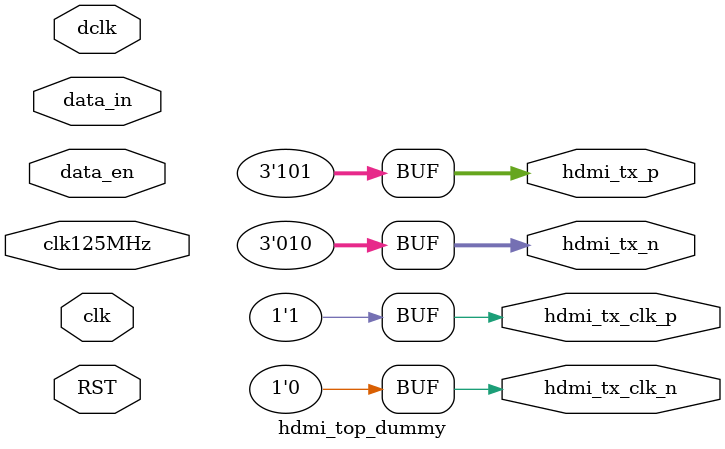
<source format=v>


module hdmi_top_dummy (
	input clk,RST,clk125MHz,dclk,data_en,
	input [7:0] data_in,
	output hdmi_tx_clk_n,hdmi_tx_clk_p,
	output [2:0] hdmi_tx_n,hdmi_tx_p
);

assign hdmi_tx_clk_n = !hdmi_tx_clk_p;
assign hdmi_tx_clk_p = 1'b1;

assign hdmi_tx_n = ~hdmi_tx_p;
assign hdmi_tx_p = 3'b101;

endmodule
</source>
